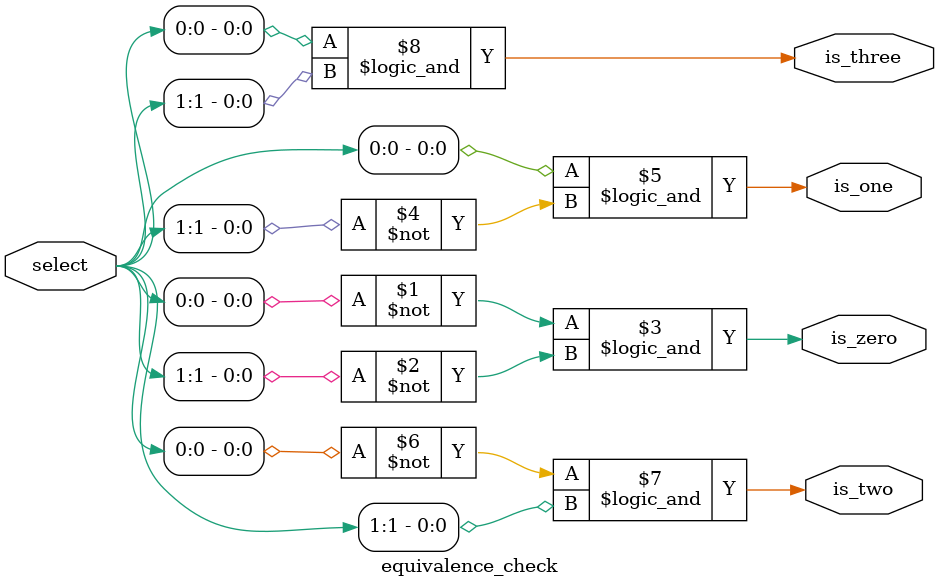
<source format=v>
module equivalence_check(
    input [1:0] select,
    output is_zero, is_one, is_two, is_three
);

    assign is_zero  = ~select[0] && ~select[1]; // 0b00
    assign is_one   =  select[0] && ~select[1]; // 0b01
    assign is_two   = ~select[0] &&  select[1]; // 0b10
    assign is_three =  select[0] &&  select[1]; // 0b11

//    assign is_zero  = select == 0;
//    assign is_one   = select == 1;
//    assign is_two   = select == 2;
//    assign is_three = select == 3;
endmodule


</source>
